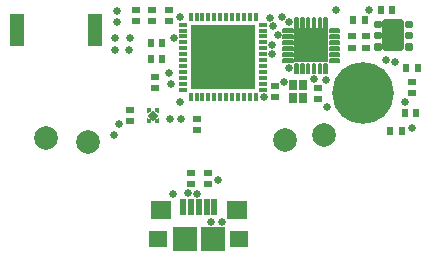
<source format=gbr>
G04 EAGLE Gerber RS-274X export*
G75*
%MOMM*%
%FSLAX34Y34*%
%LPD*%
%INSoldermask Top*%
%IPPOS*%
%AMOC8*
5,1,8,0,0,1.08239X$1,22.5*%
G01*
%ADD10C,5.226800*%
%ADD11R,0.584200X0.736600*%
%ADD12R,0.736600X0.584200*%
%ADD13R,0.627000X0.737000*%
%ADD14R,0.727000X0.627000*%
%ADD15R,0.727000X0.377000*%
%ADD16R,0.377000X0.727000*%
%ADD17R,5.527000X5.527000*%
%ADD18C,0.219259*%
%ADD19C,0.469250*%
%ADD20R,0.367000X0.367000*%
%ADD21R,0.647000X0.647000*%
%ADD22R,0.527000X1.477000*%
%ADD23R,1.727000X1.527000*%
%ADD24R,1.577000X1.427000*%
%ADD25R,2.027000X2.027000*%
%ADD26C,2.006600*%
%ADD27R,1.143000X2.667000*%
%ADD28R,2.903119X2.903119*%
%ADD29C,0.154800*%
%ADD30R,2.807000X2.807000*%
%ADD31R,0.738800X0.938800*%
%ADD32C,0.680200*%

G36*
X-265266Y193105D02*
X-265266Y193105D01*
X-265264Y193104D01*
X-263764Y194604D01*
X-263764Y194607D01*
X-263763Y194608D01*
X-263763Y197008D01*
X-263767Y197013D01*
X-263768Y197013D01*
X-266368Y197013D01*
X-266373Y197009D01*
X-266373Y197008D01*
X-266373Y193108D01*
X-266369Y193103D01*
X-266368Y193103D01*
X-265268Y193103D01*
X-265266Y193105D01*
G37*
G36*
X-263763Y185007D02*
X-263763Y185007D01*
X-263763Y185008D01*
X-263763Y187408D01*
X-263765Y187410D01*
X-263764Y187412D01*
X-265264Y188912D01*
X-265267Y188912D01*
X-265268Y188913D01*
X-266368Y188913D01*
X-266373Y188909D01*
X-266373Y188908D01*
X-266373Y185008D01*
X-266369Y185003D01*
X-266368Y185003D01*
X-263768Y185003D01*
X-263763Y185007D01*
G37*
G36*
X-256363Y193107D02*
X-256363Y193107D01*
X-256363Y193108D01*
X-256363Y197008D01*
X-256367Y197013D01*
X-256368Y197013D01*
X-258968Y197013D01*
X-258973Y197009D01*
X-258973Y197008D01*
X-258973Y194608D01*
X-258971Y194606D01*
X-258972Y194604D01*
X-257472Y193104D01*
X-257469Y193104D01*
X-257468Y193103D01*
X-256368Y193103D01*
X-256363Y193107D01*
G37*
G36*
X-256363Y185007D02*
X-256363Y185007D01*
X-256363Y185008D01*
X-256363Y188908D01*
X-256367Y188913D01*
X-256368Y188913D01*
X-257468Y188913D01*
X-257470Y188911D01*
X-257472Y188912D01*
X-258972Y187412D01*
X-258972Y187410D01*
X-258973Y187409D01*
X-258973Y187408D01*
X-258973Y185008D01*
X-258969Y185003D01*
X-258968Y185003D01*
X-256368Y185003D01*
X-256363Y185007D01*
G37*
D10*
X-83820Y209804D03*
D11*
X-263396Y252099D03*
X-253744Y252099D03*
X-38606Y192790D03*
X-48258Y192790D03*
D12*
X-261880Y271016D03*
X-261880Y280668D03*
X-280412Y186178D03*
X-280412Y195830D03*
D11*
X-263396Y238631D03*
X-253744Y238631D03*
X-37084Y231142D03*
X-46736Y231142D03*
D12*
X-81022Y248410D03*
X-81022Y258062D03*
X-248158Y280662D03*
X-248158Y271010D03*
D13*
X-50374Y178312D03*
X-60874Y178312D03*
D11*
X-58674Y280160D03*
X-68326Y280160D03*
D12*
X-42422Y209800D03*
X-42422Y219452D03*
D14*
X-215138Y132670D03*
X-215138Y142670D03*
D15*
X-235682Y268042D03*
X-235682Y263042D03*
X-235682Y258042D03*
X-235682Y253042D03*
X-235682Y248042D03*
X-235682Y243042D03*
X-235682Y238042D03*
X-235682Y233042D03*
X-235682Y228042D03*
X-235682Y223042D03*
X-235682Y218042D03*
X-235682Y213042D03*
D16*
X-229432Y206792D03*
X-224432Y206792D03*
X-219432Y206792D03*
X-214432Y206792D03*
X-209432Y206792D03*
X-204432Y206792D03*
X-199432Y206792D03*
X-194432Y206792D03*
X-189432Y206792D03*
X-184432Y206792D03*
X-179432Y206792D03*
X-174432Y206792D03*
D15*
X-168182Y213042D03*
X-168182Y218042D03*
X-168182Y223042D03*
X-168182Y228042D03*
X-168182Y233042D03*
X-168182Y238042D03*
X-168182Y243042D03*
X-168182Y248042D03*
X-168182Y253042D03*
X-168182Y258042D03*
X-168182Y263042D03*
X-168182Y268042D03*
D16*
X-174432Y274292D03*
X-179432Y274292D03*
X-184432Y274292D03*
X-189432Y274292D03*
X-194432Y274292D03*
X-199432Y274292D03*
X-204432Y274292D03*
X-209432Y274292D03*
X-214432Y274292D03*
X-219432Y274292D03*
X-224432Y274292D03*
X-229432Y274292D03*
D17*
X-201932Y240542D03*
D18*
X-43125Y247795D02*
X-43125Y251373D01*
X-43125Y247795D02*
X-47203Y247795D01*
X-47203Y251373D01*
X-43125Y251373D01*
X-43125Y249878D02*
X-47203Y249878D01*
X-43125Y257295D02*
X-43125Y260873D01*
X-43125Y257295D02*
X-47203Y257295D01*
X-47203Y260873D01*
X-43125Y260873D01*
X-43125Y259378D02*
X-47203Y259378D01*
X-43125Y266795D02*
X-43125Y270373D01*
X-43125Y266795D02*
X-47203Y266795D01*
X-47203Y270373D01*
X-43125Y270373D01*
X-43125Y268878D02*
X-47203Y268878D01*
X-69125Y270373D02*
X-69125Y266795D01*
X-73203Y266795D01*
X-73203Y270373D01*
X-69125Y270373D01*
X-69125Y268878D02*
X-73203Y268878D01*
X-69125Y260873D02*
X-69125Y257295D01*
X-73203Y257295D01*
X-73203Y260873D01*
X-69125Y260873D01*
X-69125Y259378D02*
X-73203Y259378D01*
X-69125Y251373D02*
X-69125Y247795D01*
X-73203Y247795D01*
X-73203Y251373D01*
X-69125Y251373D01*
X-69125Y249878D02*
X-73203Y249878D01*
D19*
X-51125Y248295D02*
X-51125Y269873D01*
X-51125Y248295D02*
X-65203Y248295D01*
X-65203Y269873D01*
X-51125Y269873D01*
X-51125Y252753D02*
X-65203Y252753D01*
X-65203Y257211D02*
X-51125Y257211D01*
X-51125Y261669D02*
X-65203Y261669D01*
X-65203Y266127D02*
X-51125Y266127D01*
D20*
X-257668Y195808D03*
X-265068Y195808D03*
X-265068Y186208D03*
X-257668Y186208D03*
D21*
G36*
X-265942Y191008D02*
X-261368Y195582D01*
X-256794Y191008D01*
X-261368Y186434D01*
X-265942Y191008D01*
G37*
D14*
X-229362Y132670D03*
X-229362Y142670D03*
D12*
X-224026Y188464D03*
X-224026Y178812D03*
D22*
X-235504Y113362D03*
X-229004Y113362D03*
X-222504Y113362D03*
X-216004Y113362D03*
X-209504Y113362D03*
D23*
X-254504Y111112D03*
X-190504Y111112D03*
D24*
X-256754Y86612D03*
X-188254Y86612D03*
D25*
X-234504Y86612D03*
X-210504Y86612D03*
D26*
X-116840Y174244D03*
X-149352Y169926D03*
D27*
X-310388Y263652D03*
X-376428Y263652D03*
D26*
X-352044Y171704D03*
X-315976Y168656D03*
D28*
X-127524Y250428D03*
D29*
X-143147Y261783D02*
X-150969Y261783D01*
X-150969Y264105D01*
X-143147Y264105D01*
X-143147Y261783D01*
X-143147Y263254D02*
X-150969Y263254D01*
X-150969Y256783D02*
X-143147Y256783D01*
X-150969Y256783D02*
X-150969Y259105D01*
X-143147Y259105D01*
X-143147Y256783D01*
X-143147Y258254D02*
X-150969Y258254D01*
X-150969Y251783D02*
X-143147Y251783D01*
X-150969Y251783D02*
X-150969Y254105D01*
X-143147Y254105D01*
X-143147Y251783D01*
X-143147Y253254D02*
X-150969Y253254D01*
X-150969Y246783D02*
X-143147Y246783D01*
X-150969Y246783D02*
X-150969Y249105D01*
X-143147Y249105D01*
X-143147Y246783D01*
X-143147Y248254D02*
X-150969Y248254D01*
X-150969Y241783D02*
X-143147Y241783D01*
X-150969Y241783D02*
X-150969Y244105D01*
X-143147Y244105D01*
X-143147Y241783D01*
X-143147Y243254D02*
X-150969Y243254D01*
X-150969Y236783D02*
X-143147Y236783D01*
X-150969Y236783D02*
X-150969Y239105D01*
X-143147Y239105D01*
X-143147Y236783D01*
X-143147Y238254D02*
X-150969Y238254D01*
X-138847Y234805D02*
X-138847Y226983D01*
X-141169Y226983D01*
X-141169Y234805D01*
X-138847Y234805D01*
X-138847Y228454D02*
X-141169Y228454D01*
X-141169Y229925D02*
X-138847Y229925D01*
X-138847Y231396D02*
X-141169Y231396D01*
X-141169Y232867D02*
X-138847Y232867D01*
X-138847Y234338D02*
X-141169Y234338D01*
X-133847Y234805D02*
X-133847Y226983D01*
X-136169Y226983D01*
X-136169Y234805D01*
X-133847Y234805D01*
X-133847Y228454D02*
X-136169Y228454D01*
X-136169Y229925D02*
X-133847Y229925D01*
X-133847Y231396D02*
X-136169Y231396D01*
X-136169Y232867D02*
X-133847Y232867D01*
X-133847Y234338D02*
X-136169Y234338D01*
X-128847Y234805D02*
X-128847Y226983D01*
X-131169Y226983D01*
X-131169Y234805D01*
X-128847Y234805D01*
X-128847Y228454D02*
X-131169Y228454D01*
X-131169Y229925D02*
X-128847Y229925D01*
X-128847Y231396D02*
X-131169Y231396D01*
X-131169Y232867D02*
X-128847Y232867D01*
X-128847Y234338D02*
X-131169Y234338D01*
X-123847Y234805D02*
X-123847Y226983D01*
X-126169Y226983D01*
X-126169Y234805D01*
X-123847Y234805D01*
X-123847Y228454D02*
X-126169Y228454D01*
X-126169Y229925D02*
X-123847Y229925D01*
X-123847Y231396D02*
X-126169Y231396D01*
X-126169Y232867D02*
X-123847Y232867D01*
X-123847Y234338D02*
X-126169Y234338D01*
X-118847Y234805D02*
X-118847Y226983D01*
X-121169Y226983D01*
X-121169Y234805D01*
X-118847Y234805D01*
X-118847Y228454D02*
X-121169Y228454D01*
X-121169Y229925D02*
X-118847Y229925D01*
X-118847Y231396D02*
X-121169Y231396D01*
X-121169Y232867D02*
X-118847Y232867D01*
X-118847Y234338D02*
X-121169Y234338D01*
X-113847Y234805D02*
X-113847Y226983D01*
X-116169Y226983D01*
X-116169Y234805D01*
X-113847Y234805D01*
X-113847Y228454D02*
X-116169Y228454D01*
X-116169Y229925D02*
X-113847Y229925D01*
X-113847Y231396D02*
X-116169Y231396D01*
X-116169Y232867D02*
X-113847Y232867D01*
X-113847Y234338D02*
X-116169Y234338D01*
X-111869Y236783D02*
X-104047Y236783D01*
X-111869Y236783D02*
X-111869Y239105D01*
X-104047Y239105D01*
X-104047Y236783D01*
X-104047Y238254D02*
X-111869Y238254D01*
X-111869Y241783D02*
X-104047Y241783D01*
X-111869Y241783D02*
X-111869Y244105D01*
X-104047Y244105D01*
X-104047Y241783D01*
X-104047Y243254D02*
X-111869Y243254D01*
X-111869Y246783D02*
X-104047Y246783D01*
X-111869Y246783D02*
X-111869Y249105D01*
X-104047Y249105D01*
X-104047Y246783D01*
X-104047Y248254D02*
X-111869Y248254D01*
X-111869Y251783D02*
X-104047Y251783D01*
X-111869Y251783D02*
X-111869Y254105D01*
X-104047Y254105D01*
X-104047Y251783D01*
X-104047Y253254D02*
X-111869Y253254D01*
X-111869Y256783D02*
X-104047Y256783D01*
X-111869Y256783D02*
X-111869Y259105D01*
X-104047Y259105D01*
X-104047Y256783D01*
X-104047Y258254D02*
X-111869Y258254D01*
X-111869Y261783D02*
X-104047Y261783D01*
X-111869Y261783D02*
X-111869Y264105D01*
X-104047Y264105D01*
X-104047Y261783D01*
X-104047Y263254D02*
X-111869Y263254D01*
X-113847Y266083D02*
X-113847Y273905D01*
X-113847Y266083D02*
X-116169Y266083D01*
X-116169Y273905D01*
X-113847Y273905D01*
X-113847Y267554D02*
X-116169Y267554D01*
X-116169Y269025D02*
X-113847Y269025D01*
X-113847Y270496D02*
X-116169Y270496D01*
X-116169Y271967D02*
X-113847Y271967D01*
X-113847Y273438D02*
X-116169Y273438D01*
X-118847Y273905D02*
X-118847Y266083D01*
X-121169Y266083D01*
X-121169Y273905D01*
X-118847Y273905D01*
X-118847Y267554D02*
X-121169Y267554D01*
X-121169Y269025D02*
X-118847Y269025D01*
X-118847Y270496D02*
X-121169Y270496D01*
X-121169Y271967D02*
X-118847Y271967D01*
X-118847Y273438D02*
X-121169Y273438D01*
X-123847Y273905D02*
X-123847Y266083D01*
X-126169Y266083D01*
X-126169Y273905D01*
X-123847Y273905D01*
X-123847Y267554D02*
X-126169Y267554D01*
X-126169Y269025D02*
X-123847Y269025D01*
X-123847Y270496D02*
X-126169Y270496D01*
X-126169Y271967D02*
X-123847Y271967D01*
X-123847Y273438D02*
X-126169Y273438D01*
X-128847Y273905D02*
X-128847Y266083D01*
X-131169Y266083D01*
X-131169Y273905D01*
X-128847Y273905D01*
X-128847Y267554D02*
X-131169Y267554D01*
X-131169Y269025D02*
X-128847Y269025D01*
X-128847Y270496D02*
X-131169Y270496D01*
X-131169Y271967D02*
X-128847Y271967D01*
X-128847Y273438D02*
X-131169Y273438D01*
X-133847Y273905D02*
X-133847Y266083D01*
X-136169Y266083D01*
X-136169Y273905D01*
X-133847Y273905D01*
X-133847Y267554D02*
X-136169Y267554D01*
X-136169Y269025D02*
X-133847Y269025D01*
X-133847Y270496D02*
X-136169Y270496D01*
X-136169Y271967D02*
X-133847Y271967D01*
X-133847Y273438D02*
X-136169Y273438D01*
X-138847Y273905D02*
X-138847Y266083D01*
X-141169Y266083D01*
X-141169Y273905D01*
X-138847Y273905D01*
X-138847Y267554D02*
X-141169Y267554D01*
X-141169Y269025D02*
X-138847Y269025D01*
X-138847Y270496D02*
X-141169Y270496D01*
X-141169Y271967D02*
X-138847Y271967D01*
X-138847Y273438D02*
X-141169Y273438D01*
D30*
X-127508Y250444D03*
D12*
X-121920Y214376D03*
X-121920Y204724D03*
X-93218Y248412D03*
X-93218Y258064D03*
D11*
X-82042Y271780D03*
X-91694Y271780D03*
D12*
X-158242Y216154D03*
X-158242Y206502D03*
X-275336Y280670D03*
X-275336Y271018D03*
X-259842Y214122D03*
X-259842Y223774D03*
D31*
X-134176Y205740D03*
X-142684Y205740D03*
X-134176Y217170D03*
X-142684Y217170D03*
D32*
X-202946Y101092D03*
X-219710Y256540D03*
X-219710Y240030D03*
X-200660Y256540D03*
X-186690Y240030D03*
X-186690Y223520D03*
X-201930Y223520D03*
X-42164Y180594D03*
X-56388Y236474D03*
X-78740Y280416D03*
X-244602Y124968D03*
X-294132Y174498D03*
X-152146Y274320D03*
X-155702Y259080D03*
X-291846Y279908D03*
X-293624Y256540D03*
X-246888Y188468D03*
X-114808Y221234D03*
X-281178Y256540D03*
X-281432Y246634D03*
X-293624Y246634D03*
X-291846Y270510D03*
X-289814Y184150D03*
X-243911Y256974D03*
X-246380Y217662D03*
X-162194Y274010D03*
X-238760Y274237D03*
X-146050Y231648D03*
X-124714Y222250D03*
X-64312Y238401D03*
X-206610Y136544D03*
X-47733Y202438D03*
X-212344Y100838D03*
X-114180Y197986D03*
X-248147Y227009D03*
X-106426Y280531D03*
X-167640Y207010D03*
X-145908Y269860D03*
X-238066Y202506D03*
X-237998Y188468D03*
X-150622Y219456D03*
X-223852Y124890D03*
X-160422Y250698D03*
X-159766Y266700D03*
X-231648Y125222D03*
X-160620Y242824D03*
M02*

</source>
